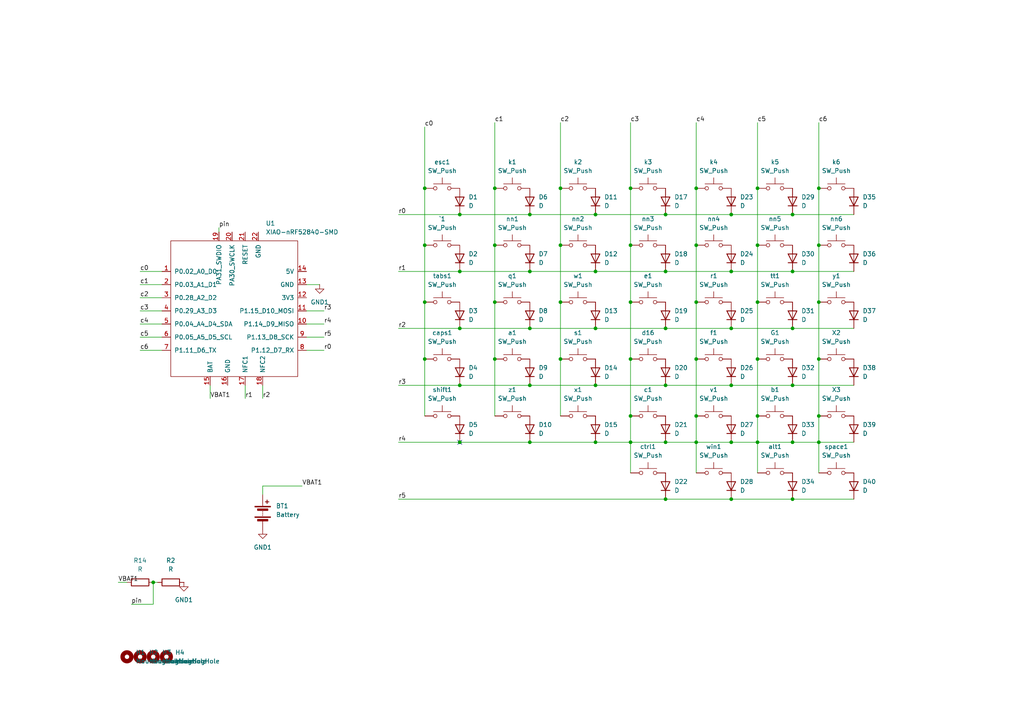
<source format=kicad_sch>
(kicad_sch (version 20250114) (generator "eeschema") (generator_version "9.0")
  (paper "A4")
  (lib_symbols
    (symbol "Asd:XIAO-nRF52840-SMD" (pin_names (offset 1.016))
      (property "Reference" "U" (at -18.542 23.114 0))
      (property "Value" "XIAO-nRF52840-SMD" (at -8.636 21.336 0))
      (symbol "XIAO-nRF52840-SMD_0_1"
        (rectangle (start -19.05 20.32) (end 17.78 -19.05))
      )
      (symbol "XIAO-nRF52840-SMD_1_1"
        (pin passive line (at -21.59 11.43 0) (length 2.54) (name "P0.02_A0_D0") (number "1"))
        (pin passive line (at -21.59 7.62 0) (length 2.54) (name "P0.03_A1_D1") (number "2"))
        (pin passive line (at -21.59 3.81 0) (length 2.54) (name "P0.28_A2_D2") (number "3"))
        (pin passive line (at -21.59 0 0) (length 2.54) (name "P0.29_A3_D3") (number "4"))
        (pin passive line (at -21.59 -3.81 0) (length 2.54) (name "P0.04_A4_D4_SDA") (number "5"))
        (pin passive line (at -21.59 -7.62 0) (length 2.54) (name "P0.05_A5_D5_SCL") (number "6"))
        (pin passive line (at -21.59 -11.43 0) (length 2.54) (name "P1.11_D6_TX") (number "7"))
        (pin passive line (at -7.62 -21.59 90) (length 2.54) (name "BAT") (number "15"))
        (pin passive line (at -5.08 22.86 270) (length 2.54) (name "PA31_SWDIO") (number "19"))
        (pin passive line (at -2.54 -21.59 90) (length 2.54) (name "GND") (number "16"))
        (pin passive line (at -1.27 22.86 270) (length 2.54) (name "PA30_SWCLK") (number "20"))
        (pin passive line (at 2.54 22.86 270) (length 2.54) (name "RESET") (number "21"))
        (pin passive line (at 2.54 -21.59 90) (length 2.54) (name "NFC1") (number "17"))
        (pin passive line (at 6.35 22.86 270) (length 2.54) (name "GND") (number "22"))
        (pin passive line (at 7.62 -21.59 90) (length 2.54) (name "NFC2") (number "18"))
        (pin passive line (at 20.32 11.43 180) (length 2.54) (name "5V") (number "14"))
        (pin passive line (at 20.32 7.62 180) (length 2.54) (name "GND") (number "13"))
        (pin passive line (at 20.32 3.81 180) (length 2.54) (name "3V3") (number "12"))
        (pin passive line (at 20.32 0 180) (length 2.54) (name "P1.15_D10_MOSI") (number "11"))
        (pin passive line (at 20.32 -3.81 180) (length 2.54) (name "P1.14_D9_MISO") (number "10"))
        (pin passive line (at 20.32 -7.62 180) (length 2.54) (name "P1.13_D8_SCK") (number "9"))
        (pin passive line (at 20.32 -11.43 180) (length 2.54) (name "P1.12_D7_RX") (number "8"))
      )
    )
    (symbol "Device:Battery" (pin_numbers (hide yes)) (pin_names (offset 0) (hide yes))
      (property "Reference" "BT" (at 2.54 2.54 0))
      (property "Value" "Battery" (at 2.54 0 0))
      (symbol "Battery_0_1"
        (rectangle (start -2.286 1.778) (end 2.286 1.524) (fill (type outline)))
        (rectangle (start -2.286 -1.27) (end 2.286 -1.524) (fill (type outline)))
        (rectangle (start -1.524 1.016) (end 1.524 0.508) (fill (type outline)))
        (rectangle (start -1.524 -2.032) (end 1.524 -2.54) (fill (type outline)))
        (polyline (pts (xy 0 1.778) (xy 0 2.54)))
        (polyline (pts (xy 0 0) (xy 0 0.254)))
        (polyline (pts (xy 0 -0.508) (xy 0 -0.254)))
        (polyline (pts (xy 0 -1.016) (xy 0 -0.762)))
        (polyline (pts (xy 0.762 3.048) (xy 1.778 3.048)) (stroke (width 0.254)))
        (polyline (pts (xy 1.27 3.556) (xy 1.27 2.54)) (stroke (width 0.254)))
      )
      (symbol "Battery_1_1"
        (pin passive line (at 0 5.08 270) (length 2.54) (name "+") (number "1"))
        (pin passive line (at 0 -5.08 90) (length 2.54) (name "-") (number "2"))
      )
    )
    (symbol "Device:D" (pin_numbers (hide yes)) (pin_names (offset 1.016) (hide yes))
      (property "Reference" "D" (at 0 2.54 0))
      (property "Value" "D" (at 0 -2.54 0))
      (symbol "D_0_1"
        (polyline (pts (xy -1.27 1.27) (xy -1.27 -1.27)) (stroke (width 0.254)))
        (polyline (pts (xy 1.27 1.27) (xy 1.27 -1.27) (xy -1.27 0) (xy 1.27 1.27)) (stroke (width 0.254)))
        (polyline (pts (xy 1.27 0) (xy -1.27 0)))
      )
      (symbol "D_1_1"
        (pin passive line (at -3.81 0 0) (length 2.54) (name "K") (number "1"))
        (pin passive line (at 3.81 0 180) (length 2.54) (name "A") (number "2"))
      )
    )
    (symbol "Device:R" (pin_numbers (hide yes)) (pin_names (offset 0))
      (property "Reference" "R" (at 2.032 0 90))
      (property "Value" "R" (at 0 0 90))
      (symbol "R_0_1"
        (rectangle (start -1.016 -2.54) (end 1.016 2.54) (stroke (width 0.254)))
      )
      (symbol "R_1_1"
        (pin passive line (at 0 3.81 270) (length 1.27) (name "~") (number "1"))
        (pin passive line (at 0 -3.81 90) (length 1.27) (name "~") (number "2"))
      )
    )
    (symbol "Mechanical:MountingHole" (pin_names (offset 1.016)) (in_bom no)
      (property "Reference" "H" (at 0 5.08 0))
      (property "Value" "MountingHole" (at 0 3.175 0))
      (symbol "MountingHole_0_1"
        (circle (center 0 0) (radius 1.27) (stroke (width 1.27)))
      )
    )
    (symbol "Switch:SW_Push" (pin_numbers (hide yes)) (pin_names (offset 1.016) (hide yes))
      (property "Reference" "SW" (at 1.27 2.54 0))
      (property "Value" "SW_Push" (at 0 -1.524 0))
      (symbol "SW_Push_0_1"
        (circle (center -2.032 0) (radius 0.508))
        (polyline (pts (xy 0 1.27) (xy 0 3.048)))
        (circle (center 2.032 0) (radius 0.508))
        (polyline (pts (xy 2.54 1.27) (xy -2.54 1.27)))
        (pin passive line (at -5.08 0 0) (length 2.54) (name "1") (number "1"))
        (pin passive line (at 5.08 0 180) (length 2.54) (name "2") (number "2"))
      )
    )
    (symbol "power:GND" (power) (pin_numbers (hide yes)) (pin_names (offset 0) (hide yes))
      (property "Value" "GND" (at 0 -3.81 0))
      (symbol "GND_0_1"
        (polyline (pts (xy 0 0) (xy 0 -1.27) (xy 1.27 -1.27) (xy 0 -2.54) (xy -1.27 -1.27) (xy 0 -1.27)))
      )
      (symbol "GND_1_1"
        (pin power_in line (at 0 0 270) (length 0) (name "~") (number "1"))
      )
    )
  )
  (junction (at 162.56 104.14))
  (junction (at 123.19 54.61))
  (junction (at 172.72 128.27))
  (junction (at 153.67 111.76))
  (junction (at 162.56 54.61))
  (junction (at 201.93 104.14))
  (junction (at 229.87 111.76))
  (junction (at 162.56 87.63))
  (junction (at 143.51 104.14))
  (junction (at 182.88 54.61))
  (junction (at 229.87 95.25))
  (junction (at 182.88 104.14))
  (junction (at 219.71 87.63))
  (junction (at 162.56 71.12))
  (junction (at 143.51 71.12))
  (junction (at 237.49 128.27))
  (junction (at 153.67 62.23))
  (junction (at 201.93 87.63))
  (junction (at 201.93 120.65))
  (junction (at 201.93 71.12))
  (junction (at 133.35 62.23))
  (junction (at 172.72 111.76))
  (junction (at 212.09 111.76))
  (junction (at 193.04 78.74))
  (junction (at 193.04 111.76))
  (junction (at 237.49 87.63))
  (junction (at 133.35 111.76))
  (junction (at 237.49 54.61))
  (junction (at 182.88 71.12))
  (junction (at 219.71 54.61))
  (junction (at 193.04 128.27))
  (junction (at 123.19 71.12))
  (junction (at 212.09 78.74))
  (junction (at 153.67 95.25))
  (junction (at 182.88 87.63))
  (junction (at 219.71 104.14))
  (junction (at 212.09 144.78))
  (junction (at 229.87 144.78))
  (junction (at 201.93 54.61))
  (junction (at 172.72 78.74))
  (junction (at 133.35 95.25))
  (junction (at 153.67 128.27))
  (junction (at 133.35 128.27))
  (junction (at 193.04 95.25))
  (junction (at 123.19 104.14))
  (junction (at 44.45 168.91))
  (junction (at 201.93 128.27))
  (junction (at 133.35 78.74))
  (junction (at 219.71 71.12))
  (junction (at 193.04 62.23))
  (junction (at 229.87 128.27))
  (junction (at 123.19 87.63))
  (junction (at 237.49 71.12))
  (junction (at 182.88 128.27))
  (junction (at 237.49 104.14))
  (junction (at 212.09 62.23))
  (junction (at 212.09 95.25))
  (junction (at 182.88 120.65))
  (junction (at 212.09 128.27))
  (junction (at 219.71 120.65))
  (junction (at 219.71 128.27))
  (junction (at 229.87 78.74))
  (junction (at 153.67 78.74))
  (junction (at 172.72 62.23))
  (junction (at 172.72 95.25))
  (junction (at 193.04 144.78))
  (junction (at 237.49 120.65))
  (junction (at 143.51 54.61))
  (junction (at 229.87 62.23))
  (junction (at 143.51 87.63))
  (no_connect (at 133.35 128.27))
  (wire (pts (xy 229.87 95.25) (xy 247.65 95.25)))
  (wire (pts (xy 172.72 95.25) (xy 193.04 95.25)))
  (wire (pts (xy 229.87 128.27) (xy 237.49 128.27)))
  (wire (pts (xy 212.09 78.74) (xy 229.87 78.74)))
  (wire (pts (xy 219.71 104.14) (xy 219.71 120.65)))
  (wire (pts (xy 133.35 128.27) (xy 153.67 128.27)))
  (wire (pts (xy 193.04 78.74) (xy 212.09 78.74)))
  (wire (pts (xy 201.93 87.63) (xy 201.93 104.14)))
  (wire (pts (xy 162.56 87.63) (xy 162.56 104.14)))
  (wire (pts (xy 172.72 78.74) (xy 193.04 78.74)))
  (wire (pts (xy 40.64 90.17) (xy 46.99 90.17)))
  (wire (pts (xy 212.09 128.27) (xy 219.71 128.27)))
  (wire (pts (xy 201.93 128.27) (xy 201.93 137.16)))
  (wire (pts (xy 201.93 71.12) (xy 201.93 87.63)))
  (wire (pts (xy 133.35 111.76) (xy 153.67 111.76)))
  (wire (pts (xy 115.57 62.23) (xy 133.35 62.23)))
  (wire (pts (xy 44.45 168.91) (xy 44.45 175.26)))
  (wire (pts (xy 201.93 35.56) (xy 201.93 54.61)))
  (wire (pts (xy 133.35 95.25) (xy 153.67 95.25)))
  (wire (pts (xy 76.2 111.76) (xy 76.2 115.57)))
  (wire (pts (xy 36.83 168.91) (xy 34.29 168.91)))
  (wire (pts (xy 88.9 93.98) (xy 93.98 93.98)))
  (wire (pts (xy 133.35 62.23) (xy 153.67 62.23)))
  (wire (pts (xy 237.49 104.14) (xy 237.49 120.65)))
  (wire (pts (xy 219.71 120.65) (xy 219.71 128.27)))
  (wire (pts (xy 40.64 86.36) (xy 46.99 86.36)))
  (wire (pts (xy 60.96 115.57) (xy 60.96 111.76)))
  (wire (pts (xy 182.88 87.63) (xy 182.88 104.14)))
  (wire (pts (xy 38.1 175.26) (xy 44.45 175.26)))
  (wire (pts (xy 153.67 78.74) (xy 172.72 78.74)))
  (wire (pts (xy 123.19 54.61) (xy 123.19 71.12)))
  (wire (pts (xy 172.72 128.27) (xy 182.88 128.27)))
  (wire (pts (xy 172.72 111.76) (xy 193.04 111.76)))
  (wire (pts (xy 219.71 35.56) (xy 219.71 54.61)))
  (wire (pts (xy 182.88 128.27) (xy 193.04 128.27)))
  (wire (pts (xy 219.71 87.63) (xy 219.71 104.14)))
  (wire (pts (xy 237.49 54.61) (xy 237.49 35.56)))
  (wire (pts (xy 162.56 104.14) (xy 162.56 120.65)))
  (wire (pts (xy 40.64 78.74) (xy 46.99 78.74)))
  (wire (pts (xy 162.56 35.56) (xy 162.56 54.61)))
  (wire (pts (xy 143.51 35.56) (xy 143.51 54.61)))
  (wire (pts (xy 229.87 144.78) (xy 247.65 144.78)))
  (wire (pts (xy 237.49 104.14) (xy 237.49 87.63)))
  (wire (pts (xy 88.9 97.79) (xy 93.98 97.79)))
  (wire (pts (xy 153.67 62.23) (xy 172.72 62.23)))
  (wire (pts (xy 182.88 71.12) (xy 182.88 87.63)))
  (wire (pts (xy 153.67 111.76) (xy 172.72 111.76)))
  (wire (pts (xy 193.04 62.23) (xy 212.09 62.23)))
  (wire (pts (xy 71.12 111.76) (xy 71.12 115.57)))
  (wire (pts (xy 229.87 62.23) (xy 247.65 62.23)))
  (wire (pts (xy 229.87 111.76) (xy 247.65 111.76)))
  (wire (pts (xy 115.57 144.78) (xy 193.04 144.78)))
  (wire (pts (xy 247.65 128.27) (xy 237.49 128.27)))
  (wire (pts (xy 172.72 62.23) (xy 193.04 62.23)))
  (wire (pts (xy 88.9 82.55) (xy 92.71 82.55)))
  (wire (pts (xy 219.71 128.27) (xy 219.71 137.16)))
  (wire (pts (xy 193.04 144.78) (xy 212.09 144.78)))
  (wire (pts (xy 201.93 104.14) (xy 201.93 120.65)))
  (wire (pts (xy 76.2 143.51) (xy 76.2 140.97)))
  (wire (pts (xy 182.88 120.65) (xy 182.88 128.27)))
  (wire (pts (xy 219.71 54.61) (xy 219.71 71.12)))
  (wire (pts (xy 212.09 111.76) (xy 229.87 111.76)))
  (wire (pts (xy 229.87 78.74) (xy 247.65 78.74)))
  (wire (pts (xy 115.57 111.76) (xy 133.35 111.76)))
  (wire (pts (xy 40.64 101.6) (xy 46.99 101.6)))
  (wire (pts (xy 201.93 54.61) (xy 201.93 71.12)))
  (wire (pts (xy 237.49 54.61) (xy 237.49 71.12)))
  (wire (pts (xy 237.49 120.65) (xy 237.49 128.27)))
  (wire (pts (xy 76.2 140.97) (xy 87.63 140.97)))
  (wire (pts (xy 143.51 104.14) (xy 143.51 120.65)))
  (wire (pts (xy 133.35 78.74) (xy 153.67 78.74)))
  (wire (pts (xy 143.51 71.12) (xy 143.51 87.63)))
  (wire (pts (xy 88.9 90.17) (xy 93.98 90.17)))
  (wire (pts (xy 193.04 128.27) (xy 201.93 128.27)))
  (wire (pts (xy 237.49 87.63) (xy 237.49 71.12)))
  (wire (pts (xy 201.93 128.27) (xy 212.09 128.27)))
  (wire (pts (xy 115.57 95.25) (xy 133.35 95.25)))
  (wire (pts (xy 40.64 93.98) (xy 46.99 93.98)))
  (wire (pts (xy 93.98 101.6) (xy 88.9 101.6)))
  (wire (pts (xy 201.93 120.65) (xy 201.93 128.27)))
  (wire (pts (xy 40.64 97.79) (xy 46.99 97.79)))
  (wire (pts (xy 44.45 168.91) (xy 45.72 168.91)))
  (wire (pts (xy 123.19 71.12) (xy 123.19 87.63)))
  (wire (pts (xy 182.88 54.61) (xy 182.88 71.12)))
  (wire (pts (xy 182.88 35.56) (xy 182.88 54.61)))
  (wire (pts (xy 162.56 54.61) (xy 162.56 71.12)))
  (wire (pts (xy 63.5 66.04) (xy 63.5 67.31)))
  (wire (pts (xy 219.71 128.27) (xy 229.87 128.27)))
  (wire (pts (xy 123.19 87.63) (xy 123.19 104.14)))
  (wire (pts (xy 212.09 62.23) (xy 229.87 62.23)))
  (wire (pts (xy 212.09 95.25) (xy 229.87 95.25)))
  (wire (pts (xy 182.88 128.27) (xy 182.88 137.16)))
  (wire (pts (xy 115.57 78.74) (xy 133.35 78.74)))
  (wire (pts (xy 162.56 71.12) (xy 162.56 87.63)))
  (wire (pts (xy 115.57 128.27) (xy 133.35 128.27)))
  (wire (pts (xy 123.19 36.83) (xy 123.19 54.61)))
  (wire (pts (xy 212.09 144.78) (xy 229.87 144.78)))
  (wire (pts (xy 143.51 54.61) (xy 143.51 71.12)))
  (wire (pts (xy 193.04 95.25) (xy 212.09 95.25)))
  (wire (pts (xy 153.67 95.25) (xy 172.72 95.25)))
  (wire (pts (xy 237.49 128.27) (xy 237.49 137.16)))
  (wire (pts (xy 123.19 104.14) (xy 123.19 120.65)))
  (wire (pts (xy 143.51 87.63) (xy 143.51 104.14)))
  (wire (pts (xy 219.71 71.12) (xy 219.71 87.63)))
  (wire (pts (xy 182.88 104.14) (xy 182.88 120.65)))
  (wire (pts (xy 40.64 82.55) (xy 46.99 82.55)))
  (wire (pts (xy 153.67 128.27) (xy 172.72 128.27)))
  (wire (pts (xy 193.04 111.76) (xy 212.09 111.76)))
  (label "c4" (at 40.64 93.98 0))
  (label "c4" (at 201.93 35.56 0))
  (label "r2" (at 76.2 115.57 0))
  (label "c3" (at 40.64 90.17 0))
  (label "c0" (at 123.19 36.83 0))
  (label "pin" (at 63.5 66.04 0))
  (label "r5" (at 93.98 97.79 0))
  (label "c6" (at 237.49 35.56 0))
  (label "c1" (at 40.64 82.55 0))
  (label "VBAT1" (at 34.29 168.91 0))
  (label "VBAT1" (at 60.96 115.57 0))
  (label "r0" (at 93.98 101.6 0))
  (label "r3" (at 93.98 90.17 0))
  (label "r1" (at 115.57 78.74 0))
  (label "r1" (at 71.12 115.57 0))
  (label "c5" (at 219.71 35.56 0))
  (label "r5" (at 115.57 144.78 0))
  (label "r4" (at 115.57 128.27 0))
  (label "c0" (at 40.64 78.74 0))
  (label "c2" (at 40.64 86.36 0))
  (label "pin" (at 38.1 175.26 0))
  (label "c2" (at 162.56 35.56 0))
  (label "r3" (at 115.57 111.76 0))
  (label "c1" (at 143.51 35.56 0))
  (label "VBAT1" (at 87.63 140.97 0))
  (label "c5" (at 40.64 97.79 0))
  (label "r0" (at 115.57 62.23 0))
  (label "c6" (at 40.64 101.6 0))
  (label "c3" (at 182.88 35.56 0))
  (label "r2" (at 115.57 95.25 0))
  (label "r4" (at 93.98 93.98 0))
  (symbol (lib_id "Switch:SW_Push") (at 128.27 104.14 0) (unit 1)
    (property "Reference" "caps1" (at 128.27 96.52 0))
    (property "Value" "SW_Push" (at 128.27 99.06 0))
    (property "Footprint" "Button_Switch_Keyboard:SW_Cherry_MX_1.00u_PCB" (effects (hide yes)))
  )
  (symbol (lib_id "Switch:SW_Push") (at 242.57 104.14 0) (unit 1)
    (property "Reference" "X2" (at 242.57 96.52 0))
    (property "Value" "SW_Push" (at 242.57 99.06 0))
    (property "Footprint" "Button_Switch_Keyboard:SW_Cherry_MX_1.00u_PCB" (effects (hide yes)))
  )
  (symbol (lib_id "Device:R") (at 49.53 168.91 90) (unit 1)
    (property "Reference" "R2" (at 49.53 162.56 90))
    (property "Value" "R" (at 49.53 165.1 90))
    (property "Footprint" "Resistor_SMD:R_0805_2012Metric" (effects (hide yes)))
  )
  (symbol (lib_id "Switch:SW_Push") (at 167.64 87.63 0) (unit 1)
    (property "Reference" "w1" (at 167.64 80.01 0))
    (property "Value" "SW_Push" (at 167.64 82.55 0))
    (property "Footprint" "Button_Switch_Keyboard:SW_Cherry_MX_1.00u_PCB" (effects (hide yes)))
  )
  (symbol (lib_id "Device:D") (at 229.87 107.95 90) (unit 1)
    (property "Reference" "D32" (at 232.41 106.6799 90) (effects (justify right)))
    (property "Value" "D" (at 232.41 109.2199 90) (effects (justify right)))
    (property "Footprint" "Diode_THT:D_DO-41_SOD81_P7.62mm_Horizontal" (effects (hide yes)))
    (property "Sim.Device" "D" (effects (hide yes)))
    (property "Sim.Pins" "1=K 2=A" (effects (hide yes)))
  )
  (symbol (lib_id "power:GND") (at 53.34 168.91 0) (unit 1)
    (property "Reference" "#PWR01" (effects (hide yes)))
    (property "Value" "GND1" (at 53.34 173.99 0))
    (property "Description" "Power symbol creates a global label with name \"GND\" , ground" (effects (hide yes)))
  )
  (symbol (lib_id "Switch:SW_Push") (at 224.79 71.12 0) (unit 1)
    (property "Reference" "nn5" (at 224.79 63.5 0))
    (property "Value" "SW_Push" (at 224.79 66.04 0))
    (property "Footprint" "Button_Switch_Keyboard:SW_Cherry_MX_1.00u_PCB" (effects (hide yes)))
  )
  (symbol (lib_id "Device:D") (at 212.09 91.44 90) (unit 1)
    (property "Reference" "D25" (at 214.63 90.1699 90) (effects (justify right)))
    (property "Value" "D" (at 214.63 92.7099 90) (effects (justify right)))
    (property "Footprint" "Diode_THT:D_DO-41_SOD81_P7.62mm_Horizontal" (effects (hide yes)))
    (property "Sim.Device" "D" (effects (hide yes)))
    (property "Sim.Pins" "1=K 2=A" (effects (hide yes)))
  )
  (symbol (lib_id "Switch:SW_Push") (at 187.96 120.65 0) (unit 1)
    (property "Reference" "c1" (at 187.96 113.03 0))
    (property "Value" "SW_Push" (at 187.96 115.57 0))
    (property "Footprint" "Button_Switch_Keyboard:SW_Cherry_MX_1.00u_PCB" (effects (hide yes)))
  )
  (symbol (lib_id "Device:R") (at 40.64 168.91 90) (unit 1)
    (property "Reference" "R14" (at 40.64 162.56 90))
    (property "Value" "R" (at 40.64 165.1 90))
    (property "Footprint" "Resistor_SMD:R_0805_2012Metric" (effects (hide yes)))
  )
  (symbol (lib_id "Device:D") (at 133.35 74.93 90) (unit 1)
    (property "Reference" "D2" (at 135.89 73.6599 90) (effects (justify right)))
    (property "Value" "D" (at 135.89 76.1999 90) (effects (justify right)))
    (property "Footprint" "Diode_THT:D_DO-41_SOD81_P7.62mm_Horizontal" (effects (hide yes)))
    (property "Sim.Device" "D" (effects (hide yes)))
    (property "Sim.Pins" "1=K 2=A" (effects (hide yes)))
  )
  (symbol (lib_id "Mechanical:MountingHole") (at 44.45 190.5 0) (unit 1) (in_bom no)
    (property "Reference" "H3" (at 46.99 189.2299 0) (effects (justify left)))
    (property "Value" "MountingHole" (at 46.99 191.7699 0) (effects (justify left)))
    (property "Footprint" "Library:mouse-bite-5mm-slot" (effects (hide yes)))
    (property "Description" "Mounting Hole without connection" (effects (hide yes)))
  )
  (symbol (lib_id "Switch:SW_Push") (at 148.59 104.14 0) (unit 1)
    (property "Reference" "a1" (at 148.59 96.52 0))
    (property "Value" "SW_Push" (at 148.59 99.06 0))
    (property "Footprint" "Button_Switch_Keyboard:SW_Cherry_MX_1.00u_PCB" (effects (hide yes)))
  )
  (symbol (lib_id "Device:D") (at 247.65 58.42 90) (unit 1)
    (property "Reference" "D35" (at 250.19 57.1499 90) (effects (justify right)))
    (property "Value" "D" (at 250.19 59.6899 90) (effects (justify right)))
    (property "Footprint" "Diode_THT:D_DO-41_SOD81_P7.62mm_Horizontal" (effects (hide yes)))
    (property "Sim.Device" "D" (effects (hide yes)))
    (property "Sim.Pins" "1=K 2=A" (effects (hide yes)))
  )
  (symbol (lib_id "Device:D") (at 193.04 124.46 90) (unit 1)
    (property "Reference" "D21" (at 195.58 123.1899 90) (effects (justify right)))
    (property "Value" "D" (at 195.58 125.7299 90) (effects (justify right)))
    (property "Footprint" "Diode_THT:D_DO-41_SOD81_P7.62mm_Horizontal" (effects (hide yes)))
    (property "Sim.Device" "D" (effects (hide yes)))
    (property "Sim.Pins" "1=K 2=A" (effects (hide yes)))
  )
  (symbol (lib_id "Switch:SW_Push") (at 224.79 120.65 0) (unit 1)
    (property "Reference" "b1" (at 224.79 113.03 0))
    (property "Value" "SW_Push" (at 224.79 115.57 0))
    (property "Footprint" "Button_Switch_Keyboard:SW_Cherry_MX_1.00u_PCB" (effects (hide yes)))
  )
  (symbol (lib_id "Asd:XIAO-nRF52840-SMD") (at 68.58 90.17 0) (unit 1)
    (property "Reference" "U1" (at 77.0733 64.77 0) (effects (justify left)))
    (property "Value" "XIAO-nRF52840-SMD" (at 77.0733 67.31 0) (effects (justify left)))
    (property "Footprint" "Library:modified-XIAO-nRF52840-SMD" (effects (hide yes)))
  )
  (symbol (lib_id "Switch:SW_Push") (at 207.01 120.65 0) (unit 1)
    (property "Reference" "v1" (at 207.01 113.03 0))
    (property "Value" "SW_Push" (at 207.01 115.57 0))
    (property "Footprint" "Button_Switch_Keyboard:SW_Cherry_MX_1.00u_PCB" (effects (hide yes)))
  )
  (symbol (lib_id "Device:D") (at 133.35 107.95 90) (unit 1)
    (property "Reference" "D4" (at 135.89 106.6799 90) (effects (justify right)))
    (property "Value" "D" (at 135.89 109.2199 90) (effects (justify right)))
    (property "Footprint" "Diode_THT:D_DO-41_SOD81_P7.62mm_Horizontal" (effects (hide yes)))
    (property "Sim.Device" "D" (effects (hide yes)))
    (property "Sim.Pins" "1=K 2=A" (effects (hide yes)))
  )
  (symbol (lib_id "Switch:SW_Push") (at 242.57 120.65 0) (unit 1)
    (property "Reference" "X3" (at 242.57 113.03 0))
    (property "Value" "SW_Push" (at 242.57 115.57 0))
    (property "Footprint" "Button_Switch_Keyboard:SW_Cherry_MX_1.00u_PCB" (effects (hide yes)))
  )
  (symbol (lib_id "Switch:SW_Push") (at 224.79 54.61 0) (unit 1)
    (property "Reference" "k5" (at 224.79 46.99 0))
    (property "Value" "SW_Push" (at 224.79 49.53 0))
    (property "Footprint" "Button_Switch_Keyboard:SW_Cherry_MX_1.00u_PCB" (effects (hide yes)))
  )
  (symbol (lib_id "Device:D") (at 133.35 91.44 90) (unit 1)
    (property "Reference" "D3" (at 135.89 90.1699 90) (effects (justify right)))
    (property "Value" "D" (at 135.89 92.7099 90) (effects (justify right)))
    (property "Footprint" "Diode_THT:D_DO-41_SOD81_P7.62mm_Horizontal" (effects (hide yes)))
    (property "Sim.Device" "D" (effects (hide yes)))
    (property "Sim.Pins" "1=K 2=A" (effects (hide yes)))
  )
  (symbol (lib_id "Device:D") (at 229.87 140.97 90) (unit 1)
    (property "Reference" "D34" (at 232.41 139.6999 90) (effects (justify right)))
    (property "Value" "D" (at 232.41 142.2399 90) (effects (justify right)))
    (property "Footprint" "Diode_THT:D_DO-41_SOD81_P7.62mm_Horizontal" (effects (hide yes)))
    (property "Sim.Device" "D" (effects (hide yes)))
    (property "Sim.Pins" "1=K 2=A" (effects (hide yes)))
  )
  (symbol (lib_id "Switch:SW_Push") (at 187.96 87.63 0) (unit 1)
    (property "Reference" "e1" (at 187.96 80.01 0))
    (property "Value" "SW_Push" (at 187.96 82.55 0))
    (property "Footprint" "Button_Switch_Keyboard:SW_Cherry_MX_1.00u_PCB" (effects (hide yes)))
  )
  (symbol (lib_id "Switch:SW_Push") (at 128.27 54.61 0) (unit 1)
    (property "Reference" "esc1" (at 128.27 46.99 0))
    (property "Value" "SW_Push" (at 128.27 49.53 0))
    (property "Footprint" "Button_Switch_Keyboard:SW_Cherry_MX_1.00u_PCB" (effects (hide yes)))
  )
  (symbol (lib_id "Switch:SW_Push") (at 167.64 54.61 0) (unit 1)
    (property "Reference" "k2" (at 167.64 46.99 0))
    (property "Value" "SW_Push" (at 167.64 49.53 0))
    (property "Footprint" "Button_Switch_Keyboard:SW_Cherry_MX_1.00u_PCB" (effects (hide yes)))
  )
  (symbol (lib_id "Switch:SW_Push") (at 242.57 71.12 0) (unit 1)
    (property "Reference" "nn6" (at 242.57 63.5 0))
    (property "Value" "SW_Push" (at 242.57 66.04 0))
    (property "Footprint" "Button_Switch_Keyboard:SW_Cherry_MX_1.00u_PCB" (effects (hide yes)))
  )
  (symbol (lib_id "Device:D") (at 172.72 124.46 90) (unit 1)
    (property "Reference" "D15" (at 175.26 123.1899 90) (effects (justify right)))
    (property "Value" "D" (at 175.26 125.7299 90) (effects (justify right)))
    (property "Footprint" "Diode_THT:D_DO-41_SOD81_P7.62mm_Horizontal" (effects (hide yes)))
    (property "Sim.Device" "D" (effects (hide yes)))
    (property "Sim.Pins" "1=K 2=A" (effects (hide yes)))
  )
  (symbol (lib_id "Switch:SW_Push") (at 187.96 71.12 0) (unit 1)
    (property "Reference" "nn3" (at 187.96 63.5 0))
    (property "Value" "SW_Push" (at 187.96 66.04 0))
    (property "Footprint" "Button_Switch_Keyboard:SW_Cherry_MX_1.00u_PCB" (effects (hide yes)))
  )
  (symbol (lib_id "Device:D") (at 193.04 91.44 90) (unit 1)
    (property "Reference" "D19" (at 195.58 90.1699 90) (effects (justify right)))
    (property "Value" "D" (at 195.58 92.7099 90) (effects (justify right)))
    (property "Footprint" "Diode_THT:D_DO-41_SOD81_P7.62mm_Horizontal" (effects (hide yes)))
    (property "Sim.Device" "D" (effects (hide yes)))
    (property "Sim.Pins" "1=K 2=A" (effects (hide yes)))
  )
  (symbol (lib_id "Device:D") (at 247.65 107.95 90) (unit 1)
    (property "Reference" "D38" (at 250.19 106.6799 90) (effects (justify right)))
    (property "Value" "D" (at 250.19 109.2199 90) (effects (justify right)))
    (property "Footprint" "Diode_THT:D_DO-41_SOD81_P7.62mm_Horizontal" (effects (hide yes)))
    (property "Sim.Device" "D" (effects (hide yes)))
    (property "Sim.Pins" "1=K 2=A" (effects (hide yes)))
  )
  (symbol (lib_id "Device:D") (at 193.04 140.97 90) (unit 1)
    (property "Reference" "D22" (at 195.58 139.6999 90) (effects (justify right)))
    (property "Value" "D" (at 195.58 142.2399 90) (effects (justify right)))
    (property "Footprint" "Diode_THT:D_DO-41_SOD81_P7.62mm_Horizontal" (effects (hide yes)))
    (property "Sim.Device" "D" (effects (hide yes)))
    (property "Sim.Pins" "1=K 2=A" (effects (hide yes)))
  )
  (symbol (lib_id "Device:D") (at 193.04 58.42 90) (unit 1)
    (property "Reference" "D17" (at 195.58 57.1499 90) (effects (justify right)))
    (property "Value" "D" (at 195.58 59.6899 90) (effects (justify right)))
    (property "Footprint" "Diode_THT:D_DO-41_SOD81_P7.62mm_Horizontal" (effects (hide yes)))
    (property "Sim.Device" "D" (effects (hide yes)))
    (property "Sim.Pins" "1=K 2=A" (effects (hide yes)))
  )
  (symbol (lib_id "Switch:SW_Push") (at 242.57 137.16 0) (unit 1)
    (property "Reference" "space1" (at 242.57 129.54 0))
    (property "Value" "SW_Push" (at 242.57 132.08 0))
    (property "Footprint" "Button_Switch_Keyboard:SW_Cherry_MX_1.00u_PCB" (effects (hide yes)))
  )
  (symbol (lib_id "Switch:SW_Push") (at 207.01 54.61 0) (unit 1)
    (property "Reference" "k4" (at 207.01 46.99 0))
    (property "Value" "SW_Push" (at 207.01 49.53 0))
    (property "Footprint" "Button_Switch_Keyboard:SW_Cherry_MX_1.00u_PCB" (effects (hide yes)))
  )
  (symbol (lib_id "Switch:SW_Push") (at 128.27 71.12 0) (unit 1)
    (property "Reference" "`1" (at 128.27 63.5 0))
    (property "Value" "SW_Push" (at 128.27 66.04 0))
    (property "Footprint" "Button_Switch_Keyboard:SW_Cherry_MX_1.00u_PCB" (effects (hide yes)))
  )
  (symbol (lib_id "Switch:SW_Push") (at 224.79 104.14 0) (unit 1)
    (property "Reference" "G1" (at 224.79 96.52 0))
    (property "Value" "SW_Push" (at 224.79 99.06 0))
    (property "Footprint" "Button_Switch_Keyboard:SW_Cherry_MX_1.00u_PCB" (effects (hide yes)))
  )
  (symbol (lib_id "Mechanical:MountingHole") (at 36.83 190.5 0) (unit 1) (in_bom no)
    (property "Reference" "H1" (at 39.37 189.2299 0) (effects (justify left)))
    (property "Value" "MountingHole" (at 39.37 191.7699 0) (effects (justify left)))
    (property "Footprint" "Library:mouse-bite-5mm-slot" (effects (hide yes)))
    (property "Description" "Mounting Hole without connection" (effects (hide yes)))
  )
  (symbol (lib_id "Switch:SW_Push") (at 224.79 87.63 0) (unit 1)
    (property "Reference" "tt1" (at 224.79 80.01 0))
    (property "Value" "SW_Push" (at 224.79 82.55 0))
    (property "Footprint" "Button_Switch_Keyboard:SW_Cherry_MX_1.00u_PCB" (effects (hide yes)))
  )
  (symbol (lib_id "Device:D") (at 172.72 107.95 90) (unit 1)
    (property "Reference" "D14" (at 175.26 106.6799 90) (effects (justify right)))
    (property "Value" "D" (at 175.26 109.2199 90) (effects (justify right)))
    (property "Footprint" "Diode_THT:D_DO-41_SOD81_P7.62mm_Horizontal" (effects (hide yes)))
    (property "Sim.Device" "D" (effects (hide yes)))
    (property "Sim.Pins" "1=K 2=A" (effects (hide yes)))
  )
  (symbol (lib_id "Device:D") (at 229.87 58.42 90) (unit 1)
    (property "Reference" "D29" (at 232.41 57.1499 90) (effects (justify right)))
    (property "Value" "D" (at 232.41 59.6899 90) (effects (justify right)))
    (property "Footprint" "Diode_THT:D_DO-41_SOD81_P7.62mm_Horizontal" (effects (hide yes)))
    (property "Sim.Device" "D" (effects (hide yes)))
    (property "Sim.Pins" "1=K 2=A" (effects (hide yes)))
  )
  (symbol (lib_id "power:GND") (at 92.71 82.55 0) (unit 1)
    (property "Reference" "#PWR03" (effects (hide yes)))
    (property "Value" "GND1" (at 92.71 87.63 0))
    (property "Description" "Power symbol creates a global label with name \"GND\" , ground" (effects (hide yes)))
  )
  (symbol (lib_id "Device:D") (at 133.35 58.42 90) (unit 1)
    (property "Reference" "D1" (at 135.89 57.1499 90) (effects (justify right)))
    (property "Value" "D" (at 135.89 59.6899 90) (effects (justify right)))
    (property "Footprint" "Diode_THT:D_DO-41_SOD81_P7.62mm_Horizontal" (effects (hide yes)))
    (property "Sim.Device" "D" (effects (hide yes)))
    (property "Sim.Pins" "1=K 2=A" (effects (hide yes)))
  )
  (symbol (lib_id "Device:D") (at 193.04 107.95 90) (unit 1)
    (property "Reference" "D20" (at 195.58 106.6799 90) (effects (justify right)))
    (property "Value" "D" (at 195.58 109.2199 90) (effects (justify right)))
    (property "Footprint" "Diode_THT:D_DO-41_SOD81_P7.62mm_Horizontal" (effects (hide yes)))
    (property "Sim.Device" "D" (effects (hide yes)))
    (property "Sim.Pins" "1=K 2=A" (effects (hide yes)))
  )
  (symbol (lib_id "Device:D") (at 229.87 124.46 90) (unit 1)
    (property "Reference" "D33" (at 232.41 123.1899 90) (effects (justify right)))
    (property "Value" "D" (at 232.41 125.7299 90) (effects (justify right)))
    (property "Footprint" "Diode_THT:D_DO-41_SOD81_P7.62mm_Horizontal" (effects (hide yes)))
    (property "Sim.Device" "D" (effects (hide yes)))
    (property "Sim.Pins" "1=K 2=A" (effects (hide yes)))
  )
  (symbol (lib_id "Device:D") (at 133.35 124.46 90) (unit 1)
    (property "Reference" "D5" (at 135.89 123.1899 90) (effects (justify right)))
    (property "Value" "D" (at 135.89 125.7299 90) (effects (justify right)))
    (property "Footprint" "Diode_THT:D_DO-41_SOD81_P7.62mm_Horizontal" (effects (hide yes)))
    (property "Sim.Device" "D" (effects (hide yes)))
    (property "Sim.Pins" "1=K 2=A" (effects (hide yes)))
  )
  (symbol (lib_id "Device:D") (at 247.65 140.97 90) (unit 1)
    (property "Reference" "D40" (at 250.19 139.6999 90) (effects (justify right)))
    (property "Value" "D" (at 250.19 142.2399 90) (effects (justify right)))
    (property "Footprint" "Diode_THT:D_DO-41_SOD81_P7.62mm_Horizontal" (effects (hide yes)))
    (property "Sim.Device" "D" (effects (hide yes)))
    (property "Sim.Pins" "1=K 2=A" (effects (hide yes)))
  )
  (symbol (lib_id "Switch:SW_Push") (at 128.27 87.63 0) (unit 1)
    (property "Reference" "tabs1" (at 128.27 80.01 0))
    (property "Value" "SW_Push" (at 128.27 82.55 0))
    (property "Footprint" "Button_Switch_Keyboard:SW_Cherry_MX_1.00u_PCB" (effects (hide yes)))
  )
  (symbol (lib_id "Device:D") (at 212.09 140.97 90) (unit 1)
    (property "Reference" "D28" (at 214.63 139.6999 90) (effects (justify right)))
    (property "Value" "D" (at 214.63 142.2399 90) (effects (justify right)))
    (property "Footprint" "Diode_THT:D_DO-41_SOD81_P7.62mm_Horizontal" (effects (hide yes)))
    (property "Sim.Device" "D" (effects (hide yes)))
    (property "Sim.Pins" "1=K 2=A" (effects (hide yes)))
  )
  (symbol (lib_id "Device:D") (at 193.04 74.93 90) (unit 1)
    (property "Reference" "D18" (at 195.58 73.6599 90) (effects (justify right)))
    (property "Value" "D" (at 195.58 76.1999 90) (effects (justify right)))
    (property "Footprint" "Diode_THT:D_DO-41_SOD81_P7.62mm_Horizontal" (effects (hide yes)))
    (property "Sim.Device" "D" (effects (hide yes)))
    (property "Sim.Pins" "1=K 2=A" (effects (hide yes)))
  )
  (symbol (lib_id "Device:D") (at 153.67 58.42 90) (unit 1)
    (property "Reference" "D6" (at 156.21 57.1499 90) (effects (justify right)))
    (property "Value" "D" (at 156.21 59.6899 90) (effects (justify right)))
    (property "Footprint" "Diode_THT:D_DO-41_SOD81_P7.62mm_Horizontal" (effects (hide yes)))
    (property "Sim.Device" "D" (effects (hide yes)))
    (property "Sim.Pins" "1=K 2=A" (effects (hide yes)))
  )
  (symbol (lib_id "Switch:SW_Push") (at 242.57 87.63 0) (unit 1)
    (property "Reference" "y1" (at 242.57 80.01 0))
    (property "Value" "SW_Push" (at 242.57 82.55 0))
    (property "Footprint" "Button_Switch_Keyboard:SW_Cherry_MX_1.00u_PCB" (effects (hide yes)))
  )
  (symbol (lib_id "Switch:SW_Push") (at 148.59 87.63 0) (unit 1)
    (property "Reference" "q1" (at 148.59 80.01 0))
    (property "Value" "SW_Push" (at 148.59 82.55 0))
    (property "Footprint" "Button_Switch_Keyboard:SW_Cherry_MX_1.00u_PCB" (effects (hide yes)))
  )
  (symbol (lib_id "Switch:SW_Push") (at 242.57 54.61 0) (unit 1)
    (property "Reference" "k6" (at 242.57 46.99 0))
    (property "Value" "SW_Push" (at 242.57 49.53 0))
    (property "Footprint" "Button_Switch_Keyboard:SW_Cherry_MX_1.00u_PCB" (effects (hide yes)))
  )
  (symbol (lib_id "power:GND") (at 76.2 153.67 0) (unit 1)
    (property "Reference" "#PWR02" (effects (hide yes)))
    (property "Value" "GND1" (at 76.2 158.75 0))
    (property "Description" "Power symbol creates a global label with name \"GND\" , ground" (effects (hide yes)))
  )
  (symbol (lib_id "Switch:SW_Push") (at 207.01 71.12 0) (unit 1)
    (property "Reference" "nn4" (at 207.01 63.5 0))
    (property "Value" "SW_Push" (at 207.01 66.04 0))
    (property "Footprint" "Button_Switch_Keyboard:SW_Cherry_MX_1.00u_PCB" (effects (hide yes)))
  )
  (symbol (lib_id "Device:D") (at 247.65 124.46 90) (unit 1)
    (property "Reference" "D39" (at 250.19 123.1899 90) (effects (justify right)))
    (property "Value" "D" (at 250.19 125.7299 90) (effects (justify right)))
    (property "Footprint" "Diode_THT:D_DO-41_SOD81_P7.62mm_Horizontal" (effects (hide yes)))
    (property "Sim.Device" "D" (effects (hide yes)))
    (property "Sim.Pins" "1=K 2=A" (effects (hide yes)))
  )
  (symbol (lib_id "Switch:SW_Push") (at 148.59 54.61 0) (unit 1)
    (property "Reference" "k1" (at 148.59 46.99 0))
    (property "Value" "SW_Push" (at 148.59 49.53 0))
    (property "Footprint" "Button_Switch_Keyboard:SW_Cherry_MX_1.00u_PCB" (effects (hide yes)))
  )
  (symbol (lib_id "Device:D") (at 247.65 91.44 90) (unit 1)
    (property "Reference" "D37" (at 250.19 90.1699 90) (effects (justify right)))
    (property "Value" "D" (at 250.19 92.7099 90) (effects (justify right)))
    (property "Footprint" "Diode_THT:D_DO-41_SOD81_P7.62mm_Horizontal" (effects (hide yes)))
    (property "Sim.Device" "D" (effects (hide yes)))
    (property "Sim.Pins" "1=K 2=A" (effects (hide yes)))
  )
  (symbol (lib_id "Device:D") (at 153.67 107.95 90) (unit 1)
    (property "Reference" "D9" (at 156.21 106.6799 90) (effects (justify right)))
    (property "Value" "D" (at 156.21 109.2199 90) (effects (justify right)))
    (property "Footprint" "Diode_THT:D_DO-41_SOD81_P7.62mm_Horizontal" (effects (hide yes)))
    (property "Sim.Device" "D" (effects (hide yes)))
    (property "Sim.Pins" "1=K 2=A" (effects (hide yes)))
  )
  (symbol (lib_id "Device:D") (at 153.67 124.46 90) (unit 1)
    (property "Reference" "D10" (at 156.21 123.1899 90) (effects (justify right)))
    (property "Value" "D" (at 156.21 125.7299 90) (effects (justify right)))
    (property "Footprint" "Diode_THT:D_DO-41_SOD81_P7.62mm_Horizontal" (effects (hide yes)))
    (property "Sim.Device" "D" (effects (hide yes)))
    (property "Sim.Pins" "1=K 2=A" (effects (hide yes)))
  )
  (symbol (lib_id "Switch:SW_Push") (at 167.64 71.12 0) (unit 1)
    (property "Reference" "nn2" (at 167.64 63.5 0))
    (property "Value" "SW_Push" (at 167.64 66.04 0))
    (property "Footprint" "Button_Switch_Keyboard:SW_Cherry_MX_1.00u_PCB" (effects (hide yes)))
  )
  (symbol (lib_id "Switch:SW_Push") (at 148.59 71.12 0) (unit 1)
    (property "Reference" "nn1" (at 148.59 63.5 0))
    (property "Value" "SW_Push" (at 148.59 66.04 0))
    (property "Footprint" "Button_Switch_Keyboard:SW_Cherry_MX_1.00u_PCB" (effects (hide yes)))
  )
  (symbol (lib_id "Device:D") (at 212.09 58.42 90) (unit 1)
    (property "Reference" "D23" (at 214.63 57.1499 90) (effects (justify right)))
    (property "Value" "D" (at 214.63 59.6899 90) (effects (justify right)))
    (property "Footprint" "Diode_THT:D_DO-41_SOD81_P7.62mm_Horizontal" (effects (hide yes)))
    (property "Sim.Device" "D" (effects (hide yes)))
    (property "Sim.Pins" "1=K 2=A" (effects (hide yes)))
  )
  (symbol (lib_id "Switch:SW_Push") (at 167.64 104.14 0) (unit 1)
    (property "Reference" "s1" (at 167.64 96.52 0))
    (property "Value" "SW_Push" (at 167.64 99.06 0))
    (property "Footprint" "Button_Switch_Keyboard:SW_Cherry_MX_1.00u_PCB" (effects (hide yes)))
  )
  (symbol (lib_id "Switch:SW_Push") (at 207.01 104.14 0) (unit 1)
    (property "Reference" "f1" (at 207.01 96.52 0))
    (property "Value" "SW_Push" (at 207.01 99.06 0))
    (property "Footprint" "Button_Switch_Keyboard:SW_Cherry_MX_1.00u_PCB" (effects (hide yes)))
  )
  (symbol (lib_id "Device:D") (at 229.87 74.93 90) (unit 1)
    (property "Reference" "D30" (at 232.41 73.6599 90) (effects (justify right)))
    (property "Value" "D" (at 232.41 76.1999 90) (effects (justify right)))
    (property "Footprint" "Diode_THT:D_DO-41_SOD81_P7.62mm_Horizontal" (effects (hide yes)))
    (property "Sim.Device" "D" (effects (hide yes)))
    (property "Sim.Pins" "1=K 2=A" (effects (hide yes)))
  )
  (symbol (lib_id "Switch:SW_Push") (at 167.64 120.65 0) (unit 1)
    (property "Reference" "x1" (at 167.64 113.03 0))
    (property "Value" "SW_Push" (at 167.64 115.57 0))
    (property "Footprint" "Button_Switch_Keyboard:SW_Cherry_MX_1.00u_PCB" (effects (hide yes)))
  )
  (symbol (lib_id "Device:D") (at 153.67 74.93 90) (unit 1)
    (property "Reference" "D7" (at 156.21 73.6599 90) (effects (justify right)))
    (property "Value" "D" (at 156.21 76.1999 90) (effects (justify right)))
    (property "Footprint" "Diode_THT:D_DO-41_SOD81_P7.62mm_Horizontal" (effects (hide yes)))
    (property "Sim.Device" "D" (effects (hide yes)))
    (property "Sim.Pins" "1=K 2=A" (effects (hide yes)))
  )
  (symbol (lib_id "Device:D") (at 153.67 91.44 90) (unit 1)
    (property "Reference" "D8" (at 156.21 90.1699 90) (effects (justify right)))
    (property "Value" "D" (at 156.21 92.7099 90) (effects (justify right)))
    (property "Footprint" "Diode_THT:D_DO-41_SOD81_P7.62mm_Horizontal" (effects (hide yes)))
    (property "Sim.Device" "D" (effects (hide yes)))
    (property "Sim.Pins" "1=K 2=A" (effects (hide yes)))
  )
  (symbol (lib_id "Mechanical:MountingHole") (at 40.64 190.5 0) (unit 1) (in_bom no)
    (property "Reference" "H2" (at 43.18 189.2299 0) (effects (justify left)))
    (property "Value" "MountingHole" (at 43.18 191.7699 0) (effects (justify left)))
    (property "Footprint" "Library:mouse-bite-5mm-slot" (effects (hide yes)))
    (property "Description" "Mounting Hole without connection" (effects (hide yes)))
  )
  (symbol (lib_id "Switch:SW_Push") (at 187.96 137.16 0) (unit 1)
    (property "Reference" "ctrl1" (at 187.96 129.54 0))
    (property "Value" "SW_Push" (at 187.96 132.08 0))
    (property "Footprint" "Button_Switch_Keyboard:SW_Cherry_MX_1.00u_PCB" (effects (hide yes)))
  )
  (symbol (lib_id "Switch:SW_Push") (at 128.27 120.65 0) (unit 1)
    (property "Reference" "shift1" (at 128.27 113.03 0))
    (property "Value" "SW_Push" (at 128.27 115.57 0))
    (property "Footprint" "Button_Switch_Keyboard:SW_Cherry_MX_1.00u_PCB" (effects (hide yes)))
  )
  (symbol (lib_id "Device:D") (at 212.09 124.46 90) (unit 1)
    (property "Reference" "D27" (at 214.63 123.1899 90) (effects (justify right)))
    (property "Value" "D" (at 214.63 125.7299 90) (effects (justify right)))
    (property "Footprint" "Diode_THT:D_DO-41_SOD81_P7.62mm_Horizontal" (effects (hide yes)))
    (property "Sim.Device" "D" (effects (hide yes)))
    (property "Sim.Pins" "1=K 2=A" (effects (hide yes)))
  )
  (symbol (lib_id "Device:D") (at 212.09 107.95 90) (unit 1)
    (property "Reference" "D26" (at 214.63 106.6799 90) (effects (justify right)))
    (property "Value" "D" (at 214.63 109.2199 90) (effects (justify right)))
    (property "Footprint" "Diode_THT:D_DO-41_SOD81_P7.62mm_Horizontal" (effects (hide yes)))
    (property "Sim.Device" "D" (effects (hide yes)))
    (property "Sim.Pins" "1=K 2=A" (effects (hide yes)))
  )
  (symbol (lib_id "Device:D") (at 212.09 74.93 90) (unit 1)
    (property "Reference" "D24" (at 214.63 73.6599 90) (effects (justify right)))
    (property "Value" "D" (at 214.63 76.1999 90) (effects (justify right)))
    (property "Footprint" "Diode_THT:D_DO-41_SOD81_P7.62mm_Horizontal" (effects (hide yes)))
    (property "Sim.Device" "D" (effects (hide yes)))
    (property "Sim.Pins" "1=K 2=A" (effects (hide yes)))
  )
  (symbol (lib_id "Device:Battery") (at 76.2 148.59 0) (unit 1)
    (property "Reference" "BT1" (at 80.01 146.7484 0) (effects (justify left)))
    (property "Value" "Battery" (at 80.01 149.2884 0) (effects (justify left)))
    (property "Footprint" "Battery:BatteryHolder_Keystone_1057_1x2032" (effects (hide yes)))
  )
  (symbol (lib_id "Device:D") (at 247.65 74.93 90) (unit 1)
    (property "Reference" "D36" (at 250.19 73.6599 90) (effects (justify right)))
    (property "Value" "D" (at 250.19 76.1999 90) (effects (justify right)))
    (property "Footprint" "Diode_THT:D_DO-41_SOD81_P7.62mm_Horizontal" (effects (hide yes)))
    (property "Sim.Device" "D" (effects (hide yes)))
    (property "Sim.Pins" "1=K 2=A" (effects (hide yes)))
  )
  (symbol (lib_id "Switch:SW_Push") (at 207.01 87.63 0) (unit 1)
    (property "Reference" "r1" (at 207.01 80.01 0))
    (property "Value" "SW_Push" (at 207.01 82.55 0))
    (property "Footprint" "Button_Switch_Keyboard:SW_Cherry_MX_1.00u_PCB" (effects (hide yes)))
  )
  (symbol (lib_id "Switch:SW_Push") (at 187.96 54.61 0) (unit 1)
    (property "Reference" "k3" (at 187.96 46.99 0))
    (property "Value" "SW_Push" (at 187.96 49.53 0))
    (property "Footprint" "Button_Switch_Keyboard:SW_Cherry_MX_1.00u_PCB" (effects (hide yes)))
  )
  (symbol (lib_id "Device:D") (at 172.72 58.42 90) (unit 1)
    (property "Reference" "D11" (at 175.26 57.1499 90) (effects (justify right)))
    (property "Value" "D" (at 175.26 59.6899 90) (effects (justify right)))
    (property "Footprint" "Diode_THT:D_DO-41_SOD81_P7.62mm_Horizontal" (effects (hide yes)))
    (property "Sim.Device" "D" (effects (hide yes)))
    (property "Sim.Pins" "1=K 2=A" (effects (hide yes)))
  )
  (symbol (lib_id "Switch:SW_Push") (at 187.96 104.14 0) (unit 1)
    (property "Reference" "d16" (at 187.96 96.52 0))
    (property "Value" "SW_Push" (at 187.96 99.06 0))
    (property "Footprint" "Button_Switch_Keyboard:SW_Cherry_MX_1.00u_PCB" (effects (hide yes)))
  )
  (symbol (lib_id "Device:D") (at 229.87 91.44 90) (unit 1)
    (property "Reference" "D31" (at 232.41 90.1699 90) (effects (justify right)))
    (property "Value" "D" (at 232.41 92.7099 90) (effects (justify right)))
    (property "Footprint" "Diode_THT:D_DO-41_SOD81_P7.62mm_Horizontal" (effects (hide yes)))
    (property "Sim.Device" "D" (effects (hide yes)))
    (property "Sim.Pins" "1=K 2=A" (effects (hide yes)))
  )
  (symbol (lib_id "Device:D") (at 172.72 74.93 90) (unit 1)
    (property "Reference" "D12" (at 175.26 73.6599 90) (effects (justify right)))
    (property "Value" "D" (at 175.26 76.1999 90) (effects (justify right)))
    (property "Footprint" "Diode_THT:D_DO-41_SOD81_P7.62mm_Horizontal" (effects (hide yes)))
    (property "Sim.Device" "D" (effects (hide yes)))
    (property "Sim.Pins" "1=K 2=A" (effects (hide yes)))
  )
  (symbol (lib_id "Switch:SW_Push") (at 207.01 137.16 0) (unit 1)
    (property "Reference" "win1" (at 207.01 129.54 0))
    (property "Value" "SW_Push" (at 207.01 132.08 0))
    (property "Footprint" "Button_Switch_Keyboard:SW_Cherry_MX_1.00u_PCB" (effects (hide yes)))
  )
  (symbol (lib_id "Switch:SW_Push") (at 148.59 120.65 0) (unit 1)
    (property "Reference" "z1" (at 148.59 113.03 0))
    (property "Value" "SW_Push" (at 148.59 115.57 0))
    (property "Footprint" "Button_Switch_Keyboard:SW_Cherry_MX_1.00u_PCB" (effects (hide yes)))
  )
  (symbol (lib_id "Switch:SW_Push") (at 224.79 137.16 0) (unit 1)
    (property "Reference" "alt1" (at 224.79 129.54 0))
    (property "Value" "SW_Push" (at 224.79 132.08 0))
    (property "Footprint" "Button_Switch_Keyboard:SW_Cherry_MX_1.00u_PCB" (effects (hide yes)))
  )
  (symbol (lib_id "Device:D") (at 172.72 91.44 90) (unit 1)
    (property "Reference" "D13" (at 175.26 90.1699 90) (effects (justify right)))
    (property "Value" "D" (at 175.26 92.7099 90) (effects (justify right)))
    (property "Footprint" "Diode_THT:D_DO-41_SOD81_P7.62mm_Horizontal" (effects (hide yes)))
    (property "Sim.Device" "D" (effects (hide yes)))
    (property "Sim.Pins" "1=K 2=A" (effects (hide yes)))
  )
  (symbol (lib_id "Mechanical:MountingHole") (at 48.26 190.5 0) (unit 1) (in_bom no)
    (property "Reference" "H4" (at 50.8 189.2299 0) (effects (justify left)))
    (property "Value" "MountingHole" (at 50.8 191.7699 0) (effects (justify left)))
    (property "Footprint" "Library:mouse-bite-5mm-slot" (effects (hide yes)))
    (property "Description" "Mounting Hole without connection" (effects (hide yes)))
  )
)
</source>
